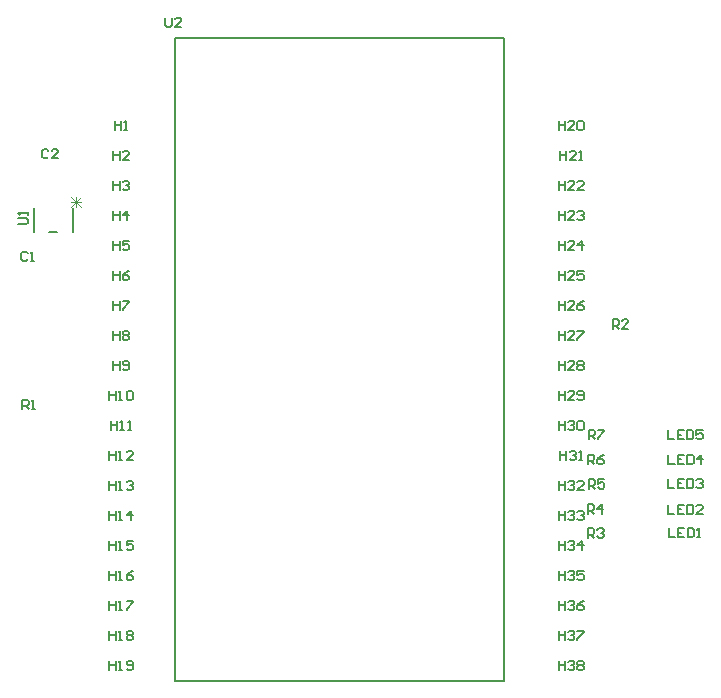
<source format=gto>
G04*
G04 #@! TF.GenerationSoftware,Altium Limited,Altium Designer,21.2.0 (30)*
G04*
G04 Layer_Color=65535*
%FSLAX44Y44*%
%MOMM*%
G71*
G04*
G04 #@! TF.SameCoordinates,3E269315-AC8C-4D2E-952B-6309A061DE20*
G04*
G04*
G04 #@! TF.FilePolarity,Positive*
G04*
G01*
G75*
%ADD10C,0.1270*%
%ADD11C,0.1524*%
%ADD12C,0.1500*%
%ADD13C,0.0762*%
D10*
X834990Y759260D02*
X1113990D01*
Y1303260D01*
X834990D02*
X1113990D01*
X834990Y759260D02*
Y1303260D01*
D11*
X748690Y1139444D02*
Y1159510D01*
X728547Y1139444D02*
X735813D01*
X715670D02*
Y1159510D01*
D12*
X779821Y776159D02*
Y768161D01*
Y772160D01*
X785152D01*
Y776159D01*
Y768161D01*
X787818D02*
X790484D01*
X789151D01*
Y776159D01*
X787818Y774826D01*
X794483Y769494D02*
X795816Y768161D01*
X798481D01*
X799814Y769494D01*
Y774826D01*
X798481Y776159D01*
X795816D01*
X794483Y774826D01*
Y773493D01*
X795816Y772160D01*
X799814D01*
X779821Y801559D02*
Y793561D01*
Y797560D01*
X785152D01*
Y801559D01*
Y793561D01*
X787818D02*
X790484D01*
X789151D01*
Y801559D01*
X787818Y800226D01*
X794483D02*
X795816Y801559D01*
X798481D01*
X799814Y800226D01*
Y798893D01*
X798481Y797560D01*
X799814Y796227D01*
Y794894D01*
X798481Y793561D01*
X795816D01*
X794483Y794894D01*
Y796227D01*
X795816Y797560D01*
X794483Y798893D01*
Y800226D01*
X795816Y797560D02*
X798481D01*
X1160154Y776159D02*
Y768161D01*
Y772160D01*
X1165486D01*
Y776159D01*
Y768161D01*
X1168152Y774826D02*
X1169485Y776159D01*
X1172150D01*
X1173483Y774826D01*
Y773493D01*
X1172150Y772160D01*
X1170817D01*
X1172150D01*
X1173483Y770827D01*
Y769494D01*
X1172150Y768161D01*
X1169485D01*
X1168152Y769494D01*
X1176149Y774826D02*
X1177482Y776159D01*
X1180148D01*
X1181481Y774826D01*
Y773493D01*
X1180148Y772160D01*
X1181481Y770827D01*
Y769494D01*
X1180148Y768161D01*
X1177482D01*
X1176149Y769494D01*
Y770827D01*
X1177482Y772160D01*
X1176149Y773493D01*
Y774826D01*
X1177482Y772160D02*
X1180148D01*
X779821Y826959D02*
Y818961D01*
Y822960D01*
X785152D01*
Y826959D01*
Y818961D01*
X787818D02*
X790484D01*
X789151D01*
Y826959D01*
X787818Y825626D01*
X794483Y826959D02*
X799814D01*
Y825626D01*
X794483Y820294D01*
Y818961D01*
X1160154Y801559D02*
Y793561D01*
Y797560D01*
X1165486D01*
Y801559D01*
Y793561D01*
X1168152Y800226D02*
X1169485Y801559D01*
X1172150D01*
X1173483Y800226D01*
Y798893D01*
X1172150Y797560D01*
X1170817D01*
X1172150D01*
X1173483Y796227D01*
Y794894D01*
X1172150Y793561D01*
X1169485D01*
X1168152Y794894D01*
X1176149Y801559D02*
X1181481D01*
Y800226D01*
X1176149Y794894D01*
Y793561D01*
X779821Y852359D02*
Y844361D01*
Y848360D01*
X785152D01*
Y852359D01*
Y844361D01*
X787818D02*
X790484D01*
X789151D01*
Y852359D01*
X787818Y851026D01*
X799814Y852359D02*
X797149Y851026D01*
X794483Y848360D01*
Y845694D01*
X795816Y844361D01*
X798481D01*
X799814Y845694D01*
Y847027D01*
X798481Y848360D01*
X794483D01*
X1160154Y826959D02*
Y818961D01*
Y822960D01*
X1165486D01*
Y826959D01*
Y818961D01*
X1168152Y825626D02*
X1169485Y826959D01*
X1172150D01*
X1173483Y825626D01*
Y824293D01*
X1172150Y822960D01*
X1170817D01*
X1172150D01*
X1173483Y821627D01*
Y820294D01*
X1172150Y818961D01*
X1169485D01*
X1168152Y820294D01*
X1181481Y826959D02*
X1178815Y825626D01*
X1176149Y822960D01*
Y820294D01*
X1177482Y818961D01*
X1180148D01*
X1181481Y820294D01*
Y821627D01*
X1180148Y822960D01*
X1176149D01*
X779821Y877759D02*
Y869761D01*
Y873760D01*
X785152D01*
Y877759D01*
Y869761D01*
X787818D02*
X790484D01*
X789151D01*
Y877759D01*
X787818Y876426D01*
X799814Y877759D02*
X794483D01*
Y873760D01*
X797149Y875093D01*
X798481D01*
X799814Y873760D01*
Y871094D01*
X798481Y869761D01*
X795816D01*
X794483Y871094D01*
X1160154Y852359D02*
Y844361D01*
Y848360D01*
X1165486D01*
Y852359D01*
Y844361D01*
X1168152Y851026D02*
X1169485Y852359D01*
X1172150D01*
X1173483Y851026D01*
Y849693D01*
X1172150Y848360D01*
X1170817D01*
X1172150D01*
X1173483Y847027D01*
Y845694D01*
X1172150Y844361D01*
X1169485D01*
X1168152Y845694D01*
X1181481Y852359D02*
X1176149D01*
Y848360D01*
X1178815Y849693D01*
X1180148D01*
X1181481Y848360D01*
Y845694D01*
X1180148Y844361D01*
X1177482D01*
X1176149Y845694D01*
X779821Y903159D02*
Y895161D01*
Y899160D01*
X785152D01*
Y903159D01*
Y895161D01*
X787818D02*
X790484D01*
X789151D01*
Y903159D01*
X787818Y901826D01*
X798481Y895161D02*
Y903159D01*
X794483Y899160D01*
X799814D01*
X1160154Y877759D02*
Y869761D01*
Y873760D01*
X1165486D01*
Y877759D01*
Y869761D01*
X1168152Y876426D02*
X1169485Y877759D01*
X1172150D01*
X1173483Y876426D01*
Y875093D01*
X1172150Y873760D01*
X1170817D01*
X1172150D01*
X1173483Y872427D01*
Y871094D01*
X1172150Y869761D01*
X1169485D01*
X1168152Y871094D01*
X1180148Y869761D02*
Y877759D01*
X1176149Y873760D01*
X1181481D01*
X779821Y928559D02*
Y920561D01*
Y924560D01*
X785152D01*
Y928559D01*
Y920561D01*
X787818D02*
X790484D01*
X789151D01*
Y928559D01*
X787818Y927226D01*
X794483D02*
X795816Y928559D01*
X798481D01*
X799814Y927226D01*
Y925893D01*
X798481Y924560D01*
X797149D01*
X798481D01*
X799814Y923227D01*
Y921894D01*
X798481Y920561D01*
X795816D01*
X794483Y921894D01*
X1160154Y903159D02*
Y895161D01*
Y899160D01*
X1165486D01*
Y903159D01*
Y895161D01*
X1168152Y901826D02*
X1169485Y903159D01*
X1172150D01*
X1173483Y901826D01*
Y900493D01*
X1172150Y899160D01*
X1170817D01*
X1172150D01*
X1173483Y897827D01*
Y896494D01*
X1172150Y895161D01*
X1169485D01*
X1168152Y896494D01*
X1176149Y901826D02*
X1177482Y903159D01*
X1180148D01*
X1181481Y901826D01*
Y900493D01*
X1180148Y899160D01*
X1178815D01*
X1180148D01*
X1181481Y897827D01*
Y896494D01*
X1180148Y895161D01*
X1177482D01*
X1176149Y896494D01*
X779821Y953959D02*
Y945961D01*
Y949960D01*
X785152D01*
Y953959D01*
Y945961D01*
X787818D02*
X790484D01*
X789151D01*
Y953959D01*
X787818Y952626D01*
X799814Y945961D02*
X794483D01*
X799814Y951293D01*
Y952626D01*
X798481Y953959D01*
X795816D01*
X794483Y952626D01*
X1160154Y928559D02*
Y920561D01*
Y924560D01*
X1165486D01*
Y928559D01*
Y920561D01*
X1168152Y927226D02*
X1169485Y928559D01*
X1172150D01*
X1173483Y927226D01*
Y925893D01*
X1172150Y924560D01*
X1170817D01*
X1172150D01*
X1173483Y923227D01*
Y921894D01*
X1172150Y920561D01*
X1169485D01*
X1168152Y921894D01*
X1181481Y920561D02*
X1176149D01*
X1181481Y925893D01*
Y927226D01*
X1180148Y928559D01*
X1177482D01*
X1176149Y927226D01*
X781154Y979359D02*
Y971361D01*
Y975360D01*
X786485D01*
Y979359D01*
Y971361D01*
X789151D02*
X791817D01*
X790484D01*
Y979359D01*
X789151Y978026D01*
X795816Y971361D02*
X798481D01*
X797149D01*
Y979359D01*
X795816Y978026D01*
X1161487Y953959D02*
Y945961D01*
Y949960D01*
X1166819D01*
Y953959D01*
Y945961D01*
X1169485Y952626D02*
X1170817Y953959D01*
X1173483D01*
X1174816Y952626D01*
Y951293D01*
X1173483Y949960D01*
X1172150D01*
X1173483D01*
X1174816Y948627D01*
Y947294D01*
X1173483Y945961D01*
X1170817D01*
X1169485Y947294D01*
X1177482Y945961D02*
X1180148D01*
X1178815D01*
Y953959D01*
X1177482Y952626D01*
X779821Y1004759D02*
Y996761D01*
Y1000760D01*
X785152D01*
Y1004759D01*
Y996761D01*
X787818D02*
X790484D01*
X789151D01*
Y1004759D01*
X787818Y1003426D01*
X794483D02*
X795816Y1004759D01*
X798481D01*
X799814Y1003426D01*
Y998094D01*
X798481Y996761D01*
X795816D01*
X794483Y998094D01*
Y1003426D01*
X1160154Y979359D02*
Y971361D01*
Y975360D01*
X1165486D01*
Y979359D01*
Y971361D01*
X1168152Y978026D02*
X1169485Y979359D01*
X1172150D01*
X1173483Y978026D01*
Y976693D01*
X1172150Y975360D01*
X1170817D01*
X1172150D01*
X1173483Y974027D01*
Y972694D01*
X1172150Y971361D01*
X1169485D01*
X1168152Y972694D01*
X1176149Y978026D02*
X1177482Y979359D01*
X1180148D01*
X1181481Y978026D01*
Y972694D01*
X1180148Y971361D01*
X1177482D01*
X1176149Y972694D01*
Y978026D01*
X783153Y1030159D02*
Y1022161D01*
Y1026160D01*
X788485D01*
Y1030159D01*
Y1022161D01*
X791150Y1023494D02*
X792483Y1022161D01*
X795149D01*
X796482Y1023494D01*
Y1028826D01*
X795149Y1030159D01*
X792483D01*
X791150Y1028826D01*
Y1027493D01*
X792483Y1026160D01*
X796482D01*
X1160154Y1004759D02*
Y996761D01*
Y1000760D01*
X1165486D01*
Y1004759D01*
Y996761D01*
X1173483D02*
X1168152D01*
X1173483Y1002093D01*
Y1003426D01*
X1172150Y1004759D01*
X1169485D01*
X1168152Y1003426D01*
X1176149Y998094D02*
X1177482Y996761D01*
X1180148D01*
X1181481Y998094D01*
Y1003426D01*
X1180148Y1004759D01*
X1177482D01*
X1176149Y1003426D01*
Y1002093D01*
X1177482Y1000760D01*
X1181481D01*
X783153Y1055559D02*
Y1047561D01*
Y1051560D01*
X788485D01*
Y1055559D01*
Y1047561D01*
X791150Y1054226D02*
X792483Y1055559D01*
X795149D01*
X796482Y1054226D01*
Y1052893D01*
X795149Y1051560D01*
X796482Y1050227D01*
Y1048894D01*
X795149Y1047561D01*
X792483D01*
X791150Y1048894D01*
Y1050227D01*
X792483Y1051560D01*
X791150Y1052893D01*
Y1054226D01*
X792483Y1051560D02*
X795149D01*
X1160154Y1030159D02*
Y1022161D01*
Y1026160D01*
X1165486D01*
Y1030159D01*
Y1022161D01*
X1173483D02*
X1168152D01*
X1173483Y1027493D01*
Y1028826D01*
X1172150Y1030159D01*
X1169485D01*
X1168152Y1028826D01*
X1176149D02*
X1177482Y1030159D01*
X1180148D01*
X1181481Y1028826D01*
Y1027493D01*
X1180148Y1026160D01*
X1181481Y1024827D01*
Y1023494D01*
X1180148Y1022161D01*
X1177482D01*
X1176149Y1023494D01*
Y1024827D01*
X1177482Y1026160D01*
X1176149Y1027493D01*
Y1028826D01*
X1177482Y1026160D02*
X1180148D01*
X783153Y1080959D02*
Y1072961D01*
Y1076960D01*
X788485D01*
Y1080959D01*
Y1072961D01*
X791150Y1080959D02*
X796482D01*
Y1079626D01*
X791150Y1074294D01*
Y1072961D01*
X1160154Y1055559D02*
Y1047561D01*
Y1051560D01*
X1165486D01*
Y1055559D01*
Y1047561D01*
X1173483D02*
X1168152D01*
X1173483Y1052893D01*
Y1054226D01*
X1172150Y1055559D01*
X1169485D01*
X1168152Y1054226D01*
X1176149Y1055559D02*
X1181481D01*
Y1054226D01*
X1176149Y1048894D01*
Y1047561D01*
X783153Y1106359D02*
Y1098361D01*
Y1102360D01*
X788485D01*
Y1106359D01*
Y1098361D01*
X796482Y1106359D02*
X793816Y1105026D01*
X791150Y1102360D01*
Y1099694D01*
X792483Y1098361D01*
X795149D01*
X796482Y1099694D01*
Y1101027D01*
X795149Y1102360D01*
X791150D01*
X1160154Y1080959D02*
Y1072961D01*
Y1076960D01*
X1165486D01*
Y1080959D01*
Y1072961D01*
X1173483D02*
X1168152D01*
X1173483Y1078293D01*
Y1079626D01*
X1172150Y1080959D01*
X1169485D01*
X1168152Y1079626D01*
X1181481Y1080959D02*
X1178815Y1079626D01*
X1176149Y1076960D01*
Y1074294D01*
X1177482Y1072961D01*
X1180148D01*
X1181481Y1074294D01*
Y1075627D01*
X1180148Y1076960D01*
X1176149D01*
X783153Y1131759D02*
Y1123761D01*
Y1127760D01*
X788485D01*
Y1131759D01*
Y1123761D01*
X796482Y1131759D02*
X791150D01*
Y1127760D01*
X793816Y1129093D01*
X795149D01*
X796482Y1127760D01*
Y1125094D01*
X795149Y1123761D01*
X792483D01*
X791150Y1125094D01*
X1160154Y1106359D02*
Y1098361D01*
Y1102360D01*
X1165486D01*
Y1106359D01*
Y1098361D01*
X1173483D02*
X1168152D01*
X1173483Y1103693D01*
Y1105026D01*
X1172150Y1106359D01*
X1169485D01*
X1168152Y1105026D01*
X1181481Y1106359D02*
X1176149D01*
Y1102360D01*
X1178815Y1103693D01*
X1180148D01*
X1181481Y1102360D01*
Y1099694D01*
X1180148Y1098361D01*
X1177482D01*
X1176149Y1099694D01*
X783153Y1157159D02*
Y1149161D01*
Y1153160D01*
X788485D01*
Y1157159D01*
Y1149161D01*
X795149D02*
Y1157159D01*
X791150Y1153160D01*
X796482D01*
X1160154Y1131759D02*
Y1123761D01*
Y1127760D01*
X1165486D01*
Y1131759D01*
Y1123761D01*
X1173483D02*
X1168152D01*
X1173483Y1129093D01*
Y1130426D01*
X1172150Y1131759D01*
X1169485D01*
X1168152Y1130426D01*
X1180148Y1123761D02*
Y1131759D01*
X1176149Y1127760D01*
X1181481D01*
X783153Y1182559D02*
Y1174561D01*
Y1178560D01*
X788485D01*
Y1182559D01*
Y1174561D01*
X791150Y1181226D02*
X792483Y1182559D01*
X795149D01*
X796482Y1181226D01*
Y1179893D01*
X795149Y1178560D01*
X793816D01*
X795149D01*
X796482Y1177227D01*
Y1175894D01*
X795149Y1174561D01*
X792483D01*
X791150Y1175894D01*
X1160154Y1157159D02*
Y1149161D01*
Y1153160D01*
X1165486D01*
Y1157159D01*
Y1149161D01*
X1173483D02*
X1168152D01*
X1173483Y1154493D01*
Y1155826D01*
X1172150Y1157159D01*
X1169485D01*
X1168152Y1155826D01*
X1176149D02*
X1177482Y1157159D01*
X1180148D01*
X1181481Y1155826D01*
Y1154493D01*
X1180148Y1153160D01*
X1178815D01*
X1180148D01*
X1181481Y1151827D01*
Y1150494D01*
X1180148Y1149161D01*
X1177482D01*
X1176149Y1150494D01*
X783153Y1207959D02*
Y1199961D01*
Y1203960D01*
X788485D01*
Y1207959D01*
Y1199961D01*
X796482D02*
X791150D01*
X796482Y1205293D01*
Y1206626D01*
X795149Y1207959D01*
X792483D01*
X791150Y1206626D01*
X1160154Y1182559D02*
Y1174561D01*
Y1178560D01*
X1165486D01*
Y1182559D01*
Y1174561D01*
X1173483D02*
X1168152D01*
X1173483Y1179893D01*
Y1181226D01*
X1172150Y1182559D01*
X1169485D01*
X1168152Y1181226D01*
X1181481Y1174561D02*
X1176149D01*
X1181481Y1179893D01*
Y1181226D01*
X1180148Y1182559D01*
X1177482D01*
X1176149Y1181226D01*
X784486Y1233359D02*
Y1225361D01*
Y1229360D01*
X789818D01*
Y1233359D01*
Y1225361D01*
X792483D02*
X795149D01*
X793816D01*
Y1233359D01*
X792483Y1232026D01*
X1160154Y1233359D02*
Y1225361D01*
Y1229360D01*
X1165486D01*
Y1233359D01*
Y1225361D01*
X1173483D02*
X1168152D01*
X1173483Y1230693D01*
Y1232026D01*
X1172150Y1233359D01*
X1169485D01*
X1168152Y1232026D01*
X1176149D02*
X1177482Y1233359D01*
X1180148D01*
X1181481Y1232026D01*
Y1226694D01*
X1180148Y1225361D01*
X1177482D01*
X1176149Y1226694D01*
Y1232026D01*
X1161487Y1207959D02*
Y1199961D01*
Y1203960D01*
X1166819D01*
Y1207959D01*
Y1199961D01*
X1174816D02*
X1169485D01*
X1174816Y1205293D01*
Y1206626D01*
X1173483Y1207959D01*
X1170817D01*
X1169485Y1206626D01*
X1177482Y1199961D02*
X1180148D01*
X1178815D01*
Y1207959D01*
X1177482Y1206626D01*
X827278Y1320669D02*
Y1314005D01*
X828611Y1312672D01*
X831277D01*
X832610Y1314005D01*
Y1320669D01*
X840607Y1312672D02*
X835275D01*
X840607Y1318004D01*
Y1319337D01*
X839274Y1320669D01*
X836608D01*
X835275Y1319337D01*
X1205980Y1057235D02*
Y1065233D01*
X1209978D01*
X1211311Y1063900D01*
Y1061234D01*
X1209978Y1059901D01*
X1205980D01*
X1208645D02*
X1211311Y1057235D01*
X1219308D02*
X1213977D01*
X1219308Y1062567D01*
Y1063900D01*
X1217976Y1065233D01*
X1215310D01*
X1213977Y1063900D01*
X706168Y989251D02*
Y997249D01*
X710167D01*
X711500Y995916D01*
Y993250D01*
X710167Y991917D01*
X706168D01*
X708834D02*
X711500Y989251D01*
X714166D02*
X716832D01*
X715499D01*
Y997249D01*
X714166Y995916D01*
X1185585Y963751D02*
Y971749D01*
X1189584D01*
X1190917Y970416D01*
Y967750D01*
X1189584Y966417D01*
X1185585D01*
X1188251D02*
X1190917Y963751D01*
X1193583Y971749D02*
X1198914D01*
Y970416D01*
X1193583Y965084D01*
Y963751D01*
X1185086Y942501D02*
Y950499D01*
X1189084D01*
X1190417Y949166D01*
Y946500D01*
X1189084Y945167D01*
X1185086D01*
X1187751D02*
X1190417Y942501D01*
X1198415Y950499D02*
X1195749Y949166D01*
X1193083Y946500D01*
Y943834D01*
X1194416Y942501D01*
X1197082D01*
X1198415Y943834D01*
Y945167D01*
X1197082Y946500D01*
X1193083D01*
X1185585Y921751D02*
Y929749D01*
X1189584D01*
X1190917Y928416D01*
Y925750D01*
X1189584Y924417D01*
X1185585D01*
X1188251D02*
X1190917Y921751D01*
X1198914Y929749D02*
X1193583D01*
Y925750D01*
X1196249Y927083D01*
X1197582D01*
X1198914Y925750D01*
Y923084D01*
X1197582Y921751D01*
X1194916D01*
X1193583Y923084D01*
X1184649Y900629D02*
Y908626D01*
X1188648D01*
X1189980Y907294D01*
Y904628D01*
X1188648Y903295D01*
X1184649D01*
X1187315D02*
X1189980Y900629D01*
X1196645D02*
Y908626D01*
X1192646Y904628D01*
X1197978D01*
X1185086Y880251D02*
Y888249D01*
X1189084D01*
X1190417Y886916D01*
Y884250D01*
X1189084Y882917D01*
X1185086D01*
X1187751D02*
X1190417Y880251D01*
X1193083Y886916D02*
X1194416Y888249D01*
X1197082D01*
X1198415Y886916D01*
Y885583D01*
X1197082Y884250D01*
X1195749D01*
X1197082D01*
X1198415Y882917D01*
Y881584D01*
X1197082Y880251D01*
X1194416D01*
X1193083Y881584D01*
X1252838Y971499D02*
Y963501D01*
X1258170D01*
X1266167Y971499D02*
X1260835D01*
Y963501D01*
X1266167D01*
X1260835Y967500D02*
X1263501D01*
X1268833Y971499D02*
Y963501D01*
X1272832D01*
X1274165Y964834D01*
Y970166D01*
X1272832Y971499D01*
X1268833D01*
X1282162D02*
X1276830D01*
Y967500D01*
X1279496Y968833D01*
X1280829D01*
X1282162Y967500D01*
Y964834D01*
X1280829Y963501D01*
X1278163D01*
X1276830Y964834D01*
X1253088Y950499D02*
Y942501D01*
X1258420D01*
X1266417Y950499D02*
X1261086D01*
Y942501D01*
X1266417D01*
X1261086Y946500D02*
X1263751D01*
X1269083Y950499D02*
Y942501D01*
X1273082D01*
X1274415Y943834D01*
Y949166D01*
X1273082Y950499D01*
X1269083D01*
X1281079Y942501D02*
Y950499D01*
X1277080Y946500D01*
X1282412D01*
X1252838Y930249D02*
Y922251D01*
X1258170D01*
X1266167Y930249D02*
X1260835D01*
Y922251D01*
X1266167D01*
X1260835Y926250D02*
X1263501D01*
X1268833Y930249D02*
Y922251D01*
X1272832D01*
X1274165Y923584D01*
Y928916D01*
X1272832Y930249D01*
X1268833D01*
X1276830Y928916D02*
X1278163Y930249D01*
X1280829D01*
X1282162Y928916D01*
Y927583D01*
X1280829Y926250D01*
X1279496D01*
X1280829D01*
X1282162Y924917D01*
Y923584D01*
X1280829Y922251D01*
X1278163D01*
X1276830Y923584D01*
X1252838Y908249D02*
Y900251D01*
X1258170D01*
X1266167Y908249D02*
X1260835D01*
Y900251D01*
X1266167D01*
X1260835Y904250D02*
X1263501D01*
X1268833Y908249D02*
Y900251D01*
X1272832D01*
X1274165Y901584D01*
Y906916D01*
X1272832Y908249D01*
X1268833D01*
X1282162Y900251D02*
X1276830D01*
X1282162Y905583D01*
Y906916D01*
X1280829Y908249D01*
X1278163D01*
X1276830Y906916D01*
X1253421Y888499D02*
Y880501D01*
X1258753D01*
X1266750Y888499D02*
X1261418D01*
Y880501D01*
X1266750D01*
X1261418Y884500D02*
X1264084D01*
X1269416Y888499D02*
Y880501D01*
X1273415D01*
X1274747Y881834D01*
Y887166D01*
X1273415Y888499D01*
X1269416D01*
X1277413Y880501D02*
X1280079D01*
X1278746D01*
Y888499D01*
X1277413Y887166D01*
X710500Y1121166D02*
X709167Y1122499D01*
X706501D01*
X705168Y1121166D01*
Y1115834D01*
X706501Y1114501D01*
X709167D01*
X710500Y1115834D01*
X713166Y1114501D02*
X715832D01*
X714499D01*
Y1122499D01*
X713166Y1121166D01*
X728216Y1208084D02*
X726883Y1209417D01*
X724217D01*
X722884Y1208084D01*
Y1202753D01*
X724217Y1201420D01*
X726883D01*
X728216Y1202753D01*
X736213Y1201420D02*
X730881D01*
X736213Y1206752D01*
Y1208084D01*
X734880Y1209417D01*
X732214D01*
X730881Y1208084D01*
X702501Y1145668D02*
X709166D01*
X710499Y1147001D01*
Y1149667D01*
X709166Y1151000D01*
X702501D01*
X710499Y1153666D02*
Y1156332D01*
Y1154999D01*
X702501D01*
X703834Y1153666D01*
D13*
X756070Y1168943D02*
X747606Y1160480D01*
Y1168943D02*
X756070Y1160480D01*
X751838Y1168943D02*
Y1160480D01*
X747606Y1164712D02*
X756070D01*
M02*

</source>
